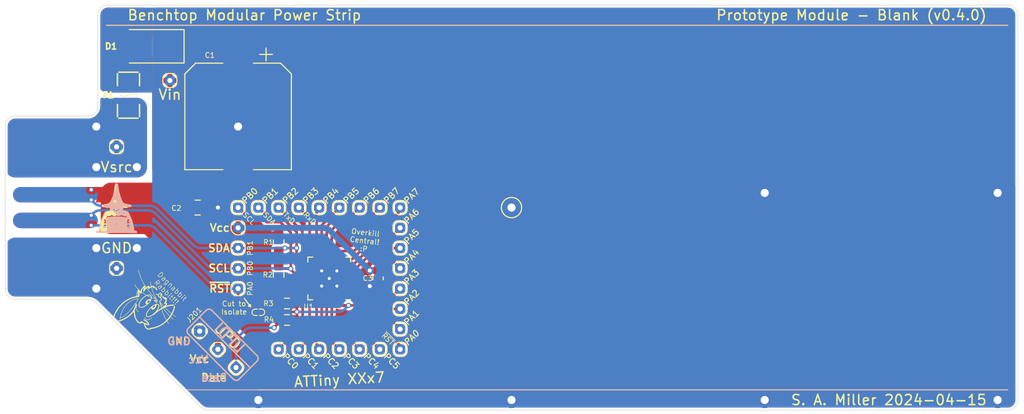
<source format=kicad_pcb>
(kicad_pcb (version 20211014) (generator pcbnew)
  (title_block (title "Benchtop Modular Power Strip") (date "2024-04-15") (rev "0.4.0") (company "S. A. Miller") (comment 1 "Prototype Module") (comment 2 "Blank"))
  (layers (0 "F.Cu" signal) (31 "B.Cu" signal) (34 "B.Paste" user) (35 "F.Paste" user) (36 "B.SilkS" user "B.Silkscreen") (37 "F.SilkS" user "F.Silkscreen") (38 "B.Mask" user) (39 "F.Mask" user) (44 "Edge.Cuts" user))
  (net 0 "")
  (net 1 "GND")
  (net 2 "~{RESET}")
  (net 3 "Dat0")
  (net 4 "PA4")
  (net 5 "PA5")
  (net 6 "PA6")
  (net 7 "PA7")
  (net 8 "PB2")
  (net 9 "PB3")
  (net 10 "PA1")
  (net 11 "PA2")
  (net 12 "PA3")
  (net 13 "PB0")
  (net 14 "PB1")
  (net 15 "PB4")
  (net 16 "PB5")
  (net 17 "PB6")
  (net 18 "PB7")
  (net 19 "PC2")
  (net 20 "PC3")
  (net 21 "PC4")
  (net 22 "PC5")
  (net 23 "Vsrc")
  (net 24 "Vin")
  (net 25 "/Source Power Rail/Vprot")
  (net 26 "PA0")
  (net 27 "I2C-Vcc")
  (net 28 "PC0")
  (net 29 "PC1")
  (footprint "tinker:TestPoint_THTPad_D1.0mm_Drill0.5mm" (layer "F.Cu") (at 79 114)
    (fp_text reference "PC1" (at 0.5 0.5 -45 unlocked) (layer "F.SilkS") (effects (font (size 0.6 0.6) (thickness 0.1)) (justify left)))
    (fp_text value "CtrlC" hide)
    (pad "1" thru_hole roundrect (at 0 0) (size 1 1) (drill 0.5) (layers *.Cu *.Mask) (roundrect_rratio 0.33) (net 29 "PC1"))
  )
  (footprint "Capacitor_SMD:C_0805_2012Metric" (layer "F.Cu") (at 69 100)
    (fp_text reference "C2" (at -2.0936 0.0568) (layer "F.SilkS") (effects (font (size 0.5 0.5) (thickness 0.075))))
    (fp_text value "4.7uF")
    (pad "1" smd roundrect (at -0.95 0) (size 1 1.45) (layers "F.Cu" "F.Paste" "F.Mask") (net 27 "I2C-Vcc"))
    (pad "2" smd roundrect (at 0.95 0) (size 1 1.45) (layers "F.Cu" "F.Paste" "F.Mask") (net 1 "GND"))
  )
  (footprint "Resistor_SMD:R_0603_1608Metric" (layer "F.Cu") (at 77.825 109.474)
    (fp_text reference "R3" (at -1.8288 0) (layer "F.SilkS") (effects (font (size 0.5 0.5) (thickness 0.075))))
    (fp_text value "10k")
    (pad "1" smd roundrect (at -0.825 0) (size 0.8 0.95) (layers "F.Cu" "F.Paste" "F.Mask") (net 27 "I2C-Vcc"))
    (pad "2" smd roundrect (at 0.825 0) (size 0.8 0.95) (layers "F.Cu" "F.Paste" "F.Mask") (net 26 "PA0"))
  )
  (footprint "tinker:TestPoint_THTPad_D1.0mm_Drill0.5mm" (layer "F.Cu") (at 73 108)
    (fp_text reference "TP3" hide)
    (fp_text value "Dat0" hide)
    (pad "1" thru_hole roundrect (at 0 0) (size 1 1) (drill 0.5) (layers *.Cu *.Mask) (roundrect_rratio 0.33) (net 3 "Dat0"))
  )
  (footprint "tinker:TestPoint_THTPad_D1.0mm_Drill0.5mm" (layer "F.Cu") (at 61 94)
    (fp_text reference "TP1" hide)
    (fp_text value "Vsrc" hide)
    (pad "1" thru_hole roundrect (at 0 0) (size 1 1) (drill 0.5) (layers *.Cu *.Mask) (roundrect_rratio 0.33) (net 23 "Vsrc"))
  )
  (footprint "tinker:TestPoint_THTPad_D1.0mm_Drill0.5mm" (layer "F.Cu") (at 85 114 90)
    (fp_text reference "PC4" (at -0.5 0.5 -45 unlocked) (layer "F.SilkS") (effects (font (size 0.6 0.6) (thickness 0.1)) (justify left)))
    (fp_text value "CtrlC" hide)
    (pad "1" thru_hole roundrect (at 0 0 90) (size 1 1) (drill 0.5) (layers *.Cu *.Mask) (roundrect_rratio 0.33) (net 21 "PC4"))
  )
  (footprint "Capacitor_SMD:C_0603_1608Metric" (layer "F.Cu") (at 86.8172 106.9848 -90)
    (fp_text reference "C3" (at 0 1.016 180) (layer "F.SilkS") (effects (font (size 0.5 0.5) (thickness 0.075))))
    (fp_text value "100nF")
    (pad "1" smd roundrect (at -0.775 0 270) (size 0.9 0.95) (layers "F.Cu" "F.Paste" "F.Mask") (net 27 "I2C-Vcc"))
    (pad "2" smd roundrect (at 0.775 0 270) (size 0.9 0.95) (layers "F.Cu" "F.Paste" "F.Mask") (net 1 "GND"))
  )
  (footprint "tinker:TestPoint_THTPad_D1.0mm_Drill0.5mm" (layer "F.Cu") (at 81 100 90)
    (fp_text reference "PB4" (at 0.5 0.5 45) (layer "F.SilkS") (effects (font (size 0.6 0.6) (thickness 0.1)) (justify left)))
    (fp_text value "CtrlB" hide)
    (pad "1" thru_hole roundrect (at 0 0 90) (size 1 1) (drill 0.5) (layers *.Cu *.Mask) (roundrect_rratio 0.33) (net 15 "PB4"))
  )
  (footprint "tinker:F1206" (layer "F.Cu") (at 62.176 88.9 90)
    (fp_text reference "F1" (at 0 -2 180) (layer "F.SilkS") (effects (font (size 0.6 0.6))))
    (fp_text value "Polyfuse" hide)
    (pad "1" smd rect (at -1.45 0 90) (size 1.19 1.73) (layers "F.Cu" "F.Paste" "F.Mask") (net 23 "Vsrc"))
    (pad "2" smd rect (at 1.45 0 90) (size 1.19 1.73) (layers "F.Cu" "F.Paste" "F.Mask") (net 25 "/Source Power Rail/Vprot"))
  )
  (footprint "Resistor_SMD:R_0603_1608Metric" (layer "F.Cu") (at 77 103.4288 -90)
    (fp_text reference "R1" (at 0 1.016) (layer "F.SilkS") (effects (font (size 0.5 0.5) (thickness 0.075))))
    (fp_text value "10k")
    (pad "1" smd roundrect (at -0.825 0 270) (size 0.8 0.95) (layers "F.Cu" "F.Paste" "F.Mask") (net 27 "I2C-Vcc"))
    (pad "2" smd roundrect (at 0.825 0 270) (size 0.8 0.95) (layers "F.Cu" "F.Paste" "F.Mask") (net 14 "PB1"))
  )
  (footprint "tinker:TestPoint_THTPad_D1.0mm_Drill0.5mm" (layer "F.Cu") (at 89 110 180)
    (fp_text reference "PA2" (at -0.5 0.5 45 unlocked) (layer "F.SilkS") (effects (font (size 0.6 0.6) (thickness 0.1)) (justify left)))
    (fp_text value "CtrlA" hide)
    (pad "1" thru_hole roundrect (at 0 0 180) (size 1 1) (drill 0.5) (layers *.Cu *.Mask) (roundrect_rratio 0.33) (net 11 "PA2"))
  )
  (footprint "tinker:TestPoint_THTPad_D1.0mm_Drill0.5mm" (layer "F.Cu") (at 87 114 90)
    (fp_text reference "PC5" (at -0.5 0.5 -45 unlocked) (layer "F.SilkS") (effects (font (size 0.6 0.6) (thickness 0.1)) (justify left)))
    (fp_text value "CtrlC" hide)
    (pad "1" thru_hole roundrect (at 0 0 90) (size 1 1) (drill 0.5) (layers *.Cu *.Mask) (roundrect_rratio 0.33) (net 22 "PC5"))
  )
  (footprint "Resistor_SMD:R_0603_1608Metric" (layer "F.Cu") (at 77.825 111.0996 180)
    (fp_text reference "R4" (at 1.778 0.0508) (layer "F.SilkS") (effects (font (size 0.5 0.5) (thickness 0.075))))
    (fp_text value "330R")
    (pad "1" smd roundrect (at -0.825 0 180) (size 0.8 0.95) (layers "F.Cu" "F.Paste" "F.Mask") (net 26 "PA0"))
    (pad "2" smd roundrect (at 0.825 0 180) (size 0.8 0.95) (layers "F.Cu" "F.Paste" "F.Mask") (net 2 "~{RESET}"))
  )
  (footprint "tinker:TestPoint_THTPad_D1.0mm_Drill0.5mm" (layer "F.Cu") (at 89 106 180)
    (fp_text reference "PA4" (at -0.5 0.5 45 unlocked) (layer "F.SilkS") (effects (font (size 0.6 0.6) (thickness 0.1)) (justify left)))
    (fp_text value "CtrlA" hide)
    (pad "1" thru_hole roundrect (at 0 0 180) (size 1 1) (drill 0.5) (layers *.Cu *.Mask) (roundrect_rratio 0.33) (net 4 "PA4"))
  )
  (footprint "tinker:tinySJ-Bridged" (layer "F.Cu") (at 75 110.3376)
    (fp_text reference "JP201" hide)
    (fp_text value "Jumper_2_Bridged" hide)
    (fp_poly (pts (xy -0.407505 -0.119217) (xy 0.433517 -0.119216) (xy 0.433517 0.123553) (xy -0.407505 0.123552)) (layer "F.Cu") (width 0) (fill solid))
    (pad "1" smd rect (at -0.189 0) (size 0.25 0.5) (layers "F.Cu" "F.Mask") (net 3 "Dat0"))
    (pad "1" smd circle (at -0.314 0) (size 0.5 0.5) (layers "F.Cu" "F.Mask") (net 3 "Dat0"))
    (pad "2" smd circle (at 0.314 0) (size 0.5 0.5) (layers "F.Cu" "F.Mask") (net 26 "PA0"))
    (pad "2" smd rect (at 0.189 0) (size 0.25 0.5) (layers "F.Cu" "F.Mask") (net 26 "PA0"))
  )
  (footprint "tinker:TestPoint_THTPad_D1.0mm_Drill0.5mm" (layer "F.Cu") (at 75 100 90)
    (fp_text reference "PB1" (at 0.5 0.5 45) (layer "F.SilkS") (effects (font (size 0.6 0.6) (thickness 0.1)) (justify left)))
    (fp_text value "CtrlB" hide)
    (pad "1" thru_hole roundrect (at 0 0 90) (size 1 1) (drill 0.5) (layers *.Cu *.Mask) (roundrect_rratio 0.33) (net 14 "PB1"))
  )
  (footprint "tinker:TestPoint_THTPad_D1.0mm_Drill0.5mm" (layer "F.Cu") (at 81 114 90)
    (fp_text reference "PC2" (at -0.5 0.5 -45 unlocked) (layer "F.SilkS") (effects (font (size 0.6 0.6) (thickness 0.1)) (justify left)))
    (fp_text value "CtrlC" hide)
    (pad "1" thru_hole roundrect (at 0 0 90) (size 1 1) (drill 0.5) (layers *.Cu *.Mask) (roundrect_rratio 0.33) (net 19 "PC2"))
  )
  (footprint "tinker:TestPoint_THTPad_D1.0mm_Drill0.5mm" (layer "F.Cu") (at 89 100 180)
    (fp_text reference "PA7" (at -0.5 0.5 45 unlocked) (layer "F.SilkS") (effects (font (size 0.6 0.6) (thickness 0.1)) (justify left)))
    (fp_text value "CtrlA" hide)
    (pad "1" thru_hole roundrect (at 0 0 180) (size 1 1) (drill 0.5) (layers *.Cu *.Mask) (roundrect_rratio 0.33) (net 7 "PA7"))
  )
  (footprint "Package_DFN_QFN:QFN-24-1EP_4x4mm_P0.5mm_EP2.6x2.6mm" (layer "F.Cu") (at 82 107 180)
    (fp_text reference "U1" (at 2.0408 -2.7788) (layer "F.SilkS") (effects (font (size 0.5 0.5) (thickness 0.075))))
    (fp_text value "ATtiny1617")
    (pad "1" smd roundrect (at -1.9375 -1.25 180) (size 0.825 0.25) (layers "F.Cu" "F.Paste" "F.Mask") (net 11 "PA2"))
    (pad "2" smd roundrect (at -1.9375 -0.75 180) (size 0.825 0.25) (layers "F.Cu" "F.Paste" "F.Mask") (net 12 "PA3"))
    (pad "3" smd roundrect (at -1.9375 -0.25 180) (size 0.825 0.25) (layers "F.Cu" "F.Paste" "F.Mask") (net 1 "GND"))
    (pad "4" smd roundrect (at -1.9375 0.25 180) (size 0.825 0.25) (layers "F.Cu" "F.Paste" "F.Mask") (net 27 "I2C-Vcc"))
    (pad "5" smd roundrect (at -1.9375 0.75 180) (size 0.825 0.25) (layers "F.Cu" "F.Paste" "F.Mask") (net 4 "PA4"))
    (pad "6" smd roundrect (at -1.9375 1.25 180) (size 0.825 0.25) (layers "F.Cu" "F.Paste" "F.Mask") (net 5 "PA5"))
    (pad "7" smd roundrect (at -1.25 1.9375 180) (size 0.25 0.825) (layers "F.Cu" "F.Paste" "F.Mask") (net 6 "PA6"))
    (pad "8" smd roundrect (at -0.75 1.9375 180) (size 0.25 0.825) (layers "F.Cu" "F.Paste" "F.Mask") (net 7 "PA7"))
    (pad "9" smd roundrect (at -0.25 1.9375 180) (size 0.25 0.825) (layers "F.Cu" "F.Paste" "F.Mask") (net 18 "PB7"))
    (pad "10" smd roundrect (at 0.25 1.9375 180) (size 0.25 0.825) (layers "F.Cu" "F.Paste" "F.Mask") (net 17 "PB6"))
    (pad "11" smd roundrect (at 0.75 1.9375 180) (size 0.25 0.825) (layers "F.Cu" "F.Paste" "F.Mask") (net 16 "PB5"))
    (pad "12" smd roundrect (at 1.25 1.9375 180) (size 0.25 0.825) (layers "F.Cu" "F.Paste" "F.Mask") (net 15 "PB4"))
    (pad "13" smd roundrect (at 1.9375 1.25 180) (size 0.825 0.25) (layers "F.Cu" "F.Paste" "F.Mask") (net 9 "PB3"))
    (pad "14" smd roundrect (at 1.9375 0.75 180) (size 0.825 0.25) (layers "F.Cu" "F.Paste" "F.Mask") (net 8 "PB2"))
    (pad "15" smd roundrect (at 1.9375 0.25 180) (size 0.825 0.25) (layers "F.Cu" "F.Paste" "F.Mask") (net 14 "PB1"))
    (pad "16" smd roundrect (at 1.9375 -0.25 180) (size 0.825 0.25) (layers "F.Cu" "F.Paste" "F.Mask") (net 13 "PB0"))
    (pad "17" smd roundrect (at 1.9375 -0.75 180) (size 0.825 0.25) (layers "F.Cu" "F.Paste" "F.Mask") (net 28 "PC0"))
    (pad "18" smd roundrect (at 1.9375 -1.25 180) (size 0.825 0.25) (layers "F.Cu" "F.Paste" "F.Mask") (net 29 "PC1"))
    (pad "19" smd roundrect (at 1.25 -1.9375 180) (size 0.25 0.825) (layers "F.Cu" "F.Paste" "F.Mask") (net 19 "PC2"))
    (pad "20" smd roundrect (at 0.75 -1.9375 180) (size 0.25 0.825) (layers "F.Cu" "F.Paste" "F.Mask") (net 20 "PC3"))
    (pad "21" smd roundrect (at 0.25 -1.9375 180) (size 0.25 0.825) (layers "F.Cu" "F.Paste" "F.Mask") (net 21 "PC4"))
    (pad "22" smd roundrect (at -0.25 -1.9375 180) (size 0.25 0.825) (layers "F.Cu" "F.Paste" "F.Mask") (net 22 "PC5"))
    (pad "23" smd roundrect (at -0.75 -1.9375 180) (size 0.25 0.825) (layers "F.Cu" "F.Paste" "F.Mask") (net 26 "PA0"))
    (pad "24" smd roundrect (at -1.25 -1.9375 180) (size 0.25 0.825) (layers "F.Cu" "F.Paste" "F.Mask") (net 10 "PA1"))
    (pad "25" smd rect (at 0 0 180) (size 2.6 2.6) (layers "F.Cu" "F.Mask") (net 1 "GND"))
  )
  (footprint "tinker:NerdMage" (layer "F.Cu") (at 61 100)
    (fp_text reference "G***" hide)
    (fp_text value "LOGO" hide)
  )
  (footprint "Capacitor_SMD:CP_Elec_10x10" (layer "F.Cu") (at 73 91 -90)
    (fp_text reference "C1" (at -6.0452 2.794 180) (layer "F.SilkS") (effects (font (size 0.5 0.5) (thickness 0.075))))
    (fp_text value "220uF")
    (pad "1" smd roundrect (at -4 0 270) (size 4 2.5) (layers "F.Cu" "F.Paste" "F.Mask") (roundrect_rratio 0.1) (net 24 "Vin"))
    (pad "2" smd roundrect (at 4 0 270) (size 4 2.5) (layers "F.Cu" "F.Paste" "F.Mask") (roundrect_rratio 0.1) (net 1 "GND"))
  )
  (footprint "tinker:TestPoint_THTPad_D1.0mm_Drill0.5mm" (layer "F.Cu") (at 77 114)
    (fp_text reference "PC0" (at 0.5 0.5 -45 unlocked) (layer "F.SilkS") (effects (font (size 0.6 0.6) (thickness 0.1)) (justify left)))
    (fp_text value "CtrlC" hide)
    (pad "1" thru_hole roundrect (at 0 0) (size 1 1) (drill 0.5) (layers *.Cu *.Mask) (roundrect_rratio 0.33) (net 28 "PC0"))
  )
  (footprint "tinker:TestPoint_THTPad_D1.0mm_Drill0.5mm" (layer "F.Cu") (at 66.262 87.45)
    (fp_text reference "TP2" hide)
    (fp_text value "Vin" hide)
    (pad "1" thru_hole roundrect (at 0 0) (size 1 1) (drill 0.5) (layers *.Cu *.Mask) (roundrect_rratio 0.33) (net 24 "Vin"))
  )
  (footprint "tinker:TestPoint_THTPad_D1.0mm_Drill0.5mm" (layer "F.Cu") (at 83 100 90)
    (fp_text reference "PB5" (at 0.5 0.5 45) (layer "F.SilkS") (effects (font (size 0.6 0.6) (thickness 0.1)) (justify left)))
    (fp_text value "CtrlB" hide)
    (pad "1" thru_hole roundrect (at 0 0 90) (size 1 1) (drill 0.5) (layers *.Cu *.Mask) (roundrect_rratio 0.33) (net 16 "PB5"))
  )
  (footprint "tinker:TestPoint_THTPad_D1.0mm_Drill0.5mm" (layer "F.Cu") (at 61 106)
    (fp_text reference "TP7" hide)
    (fp_text value "GND" hide)
    (pad "1" thru_hole roundrect (at 0 0) (size 1 1) (drill 0.5) (layers *.Cu *.Mask) (roundrect_rratio 0.33) (net 1 "GND"))
  )
  (footprint "tinker:DagNabbit" (layer "F.Cu") (at 64.1016 109.72 135)
    (fp_text reference "REF**" hide)
    (fp_text value "DagNabbit" hide)
    (fp_text user "Dagnabbit\nRabbit!!!" (at -0.331667 2.64 -45 unlocked) (layer "F.SilkS") (effects (font (size 0.5 0.5) (thickness 0.05))))
  )
  (footprint "tinker:TestPoint_THTPad_D1.0mm_Drill0.5mm" (layer "F.Cu") (at 89 102 180)
    (fp_text reference "PA6" (at -0.5 0.5 45 unlocked) (layer "F.SilkS") (effects (font (size 0.6 0.6) (thickness 0.1)) (justify left)))
    (fp_text value "CtrlA" hide)
    (pad "1" thru_hole roundrect (at 0 0 180) (size 1 1) (drill 0.5) (layers *.Cu *.Mask) (roundrect_rratio 0.33) (net 6 "PA6"))
  )
  (footprint "tinker:TestPoint_THTPad_D1.0mm_Drill0.5mm" (layer "F.Cu") (at 89 112 180)
    (fp_text reference "PA1" (at -0.5 0.5 45 unlocked) (layer "F.SilkS") (effects (font (size 0.6 0.6) (thickness 0.1)) (justify left)))
    (fp_text value "CtrlA" hide)
    (pad "1" thru_hole roundrect (at 0 0 180) (size 1 1) (drill 0.5) (layers *.Cu *.Mask) (roundrect_rratio 0.33) (net 10 "PA1"))
  )
  (footprint "tinker:TestPoint_THTPad_D1.0mm_Drill0.5mm" (layer "F.Cu") (at 77 100 90)
    (fp_text reference "PB2" (at 0.5 0.5 45) (layer "F.SilkS") (effects (font (size 0.6 0.6) (thickness 0.1)) (justify left)))
    (fp_text value "CtrlB" hide)
    (pad "1" thru_hole roundrect (at 0 0 90) (size 1 1) (drill 0.5) (layers *.Cu *.Mask) (roundrect_rratio 0.33) (net 8 "PB2"))
  )
  (footprint "tinker:TestPoint_THTPad_D1.0mm_Drill0.5mm" (layer "F.Cu") (at 73 106)
    (fp_text reference "TP6" hide)
    (fp_text value "Dat3" hide)
    (pad "1" thru_hole roundrect (at 0 0) (size 1 1) (drill 0.5) (layers *.Cu *.Mask) (roundrect_rratio 0.33) (net 13 "PB0"))
  )
  (footprint "Resistor_SMD:R_0603_1608Metric" (layer "F.Cu") (at 77 106.6292 90)
    (fp_text reference "R2" (at 0 -1.0668 180) (layer "F.SilkS") (effects (font (size 0.5 0.5) (thickness 0.075))))
    (fp_text value "10k")
    (pad "1" smd roundrect (at -0.825 0 90) (size 0.8 0.95) (layers "F.Cu" "F.Paste" "F.Mask") (net 27 "I2C-Vcc"))
    (pad "2" smd roundrect (at 0.825 0 90) (size 0.8 0.95) (layers "F.Cu" "F.Paste" "F.Mask") (net 13 "PB0"))
  )
  (footprint "tinker:TestPoint_THTPad_D1.0mm_Drill0.5mm" (layer "F.Cu") (at 89 104 180)
    (fp_text reference "PA5" (at -0.5 0.5 45 unlocked) (layer "F.SilkS") (effects (font (size 0.6 0.6) (thickness 0.1)) (justify left)))
    (fp_text value "CtrlA" hide)
    (pad "1" thru_hole roundrect (at 0 0 180) (size 1 1) (drill 0.5) (layers *.Cu *.Mask) (roundrect_rratio 0.33) (net 5 "PA5"))
  )
  (footprint "tinker:TestPoint_THTPad_D1.0mm_Drill0.5mm" (layer "F.Cu") (at 87 100 90)
    (fp_text reference "PB7" (at 0.5 0.5 45) (layer "F.SilkS") (effects (font (size 0.6 0.6) (thickness 0.1)) (justify left)))
    (fp_text value "CtrlB" hide)
    (pad "1" thru_hole roundrect (at 0 0 90) (size 1 1) (drill 0.5) (layers *.Cu *.Mask) (roundrect_rratio 0.33) (net 18 "PB7"))
  )
  (footprint "tinker:TestPoint_THTPad_D1.0mm_Drill0.5mm" (layer "F.Cu") (at 73 100 90)
    (fp_text reference "PB0" (at 0.5 0.5 45) (layer "F.SilkS") (effects (font (size 0.6 0.6) (thickness 0.1)) (justify left)))
    (fp_text value "CtrlB" hide)
    (pad "1" thru_hole roundrect (at 0 0 90) (size 1 1) (drill 0.5) (layers *.Cu *.Mask) (roundrect_rratio 0.33) (net 13 "PB0"))
  )
  (footprint "Diode_SMD:D_SMA" (layer "F.Cu") (at 64.262 84.074 180)
    (fp_text reference "D1" (at 3.81 0) (layer "F.SilkS") (effects (font (size 0.6 0.6))))
    (fp_text value "D_Schottky")
    (pad "1" smd rect (at -2 0 180) (size 2.5 1.8) (layers "F.Cu" "F.Paste" "F.Mask") (net 24 "Vin"))
    (pad "2" smd rect (at 2 0 180) (size 2.5 1.8) (layers "F.Cu" "F.Paste" "F.Mask") (net 25 "/Source Power Rail/Vprot"))
  )
  (footprint "tinker:TestPoint_THTPad_D1.0mm_Drill0.5mm" (layer "F.Cu") (at 79 100 90)
    (fp_text reference "PB3" (at 0.5 0.5 45) (layer "F.SilkS") (effects (font (size 0.6 0.6) (thickness 0.1)) (justify left)))
    (fp_text value "CtrlB" hide)
    (pad "1" thru_hole roundrect (at 0 0 90) (size 1 1) (drill 0.5) (layers *.Cu *.Mask) (roundrect_rratio 0.33) (net 9 "PB3"))
  )
  (footprint "tinker:TestPoint_THTPad_D1.0mm_Drill0.5mm" (layer "F.Cu") (at 83 114 90)
    (fp_text reference "PC3" (at -0.5 0.5 -45 unlocked) (layer "F.SilkS") (effects (font (size 0.6 0.6) (thickness 0.1)) (justify left)))
    (fp_text value "CtrlC" hide)
    (pad "1" thru_hole roundrect (at 0 0 90) (size 1 1) (drill 0.5) (layers *.Cu *.Mask) (roundrect_rratio 0.33) (net 20 "PC3"))
  )
  (footprint "tinker:TestPoint_THTPad_D1.0mm_Drill0.5mm" (layer "F.Cu") (at 89 108 180)
    (fp_text reference "PA3" (at -0.5 0.5 45 unlocked) (layer "F.SilkS") (effects (font (size 0.6 0.6) (thickness 0.1)) (justify left)))
    (fp_text value "CtrlA" hide)
    (pad "1" thru_hole roundrect (at 0 0 180) (size 1 1) (drill 0.5) (layers *.Cu *.Mask) (roundrect_rratio 0.33) (net 12 "PA3"))
  )
  (footprint "tinker:UPDI_connection" (layer "F.Cu") (at 71 114 -45)
    (fp_text reference "J201" (at -4.070955 -0.750947 45 unlocked) (layer "F.SilkS") (effects (font (size 0.5 0.5) (thickness 0.075))))
    (fp_text value "UPDI Connection" hide)
    (fp_text user "Vcc" (at 0.074689 1.336733 unlocked) (layer "B.SilkS") (effects (font (size 0.75 0.75)) (justify left mirror)))
    (fp_text user "UPDI" (at 0 -1.6 -45 unlocked) (layer "B.SilkS") (effects (justify mirror)))
    (fp_text user "GND" (at -2.398579 1.27 unlocked) (layer "B.SilkS") (effects (font (size 0.75 0.75)) (justify left mirror)))
    (fp_text user "Data" (at 2.681422 1.27 unlocked) (layer "B.SilkS") (effects (font (size 0.75 0.75)) (justify left mirror)))
    (fp_text user "Data" (at 2.681422 1.27 unlocked) (layer "F.SilkS") (effects (font (size 0.75 0.75)) (justify right)))
    (fp_text user "GND" (at -2.398579 1.27 unlocked) (layer "F.SilkS") (effects (font (size 0.75 0.75)) (justify right)))
    (fp_text user "UPDI" (at 0 -1.6 -45 unlocked) (layer "F.SilkS"))
    (fp_text user "Vcc" (at 0.141421 1.2 unlocked) (layer "F.SilkS") (effects (font (size 0.75 0.75)) (justify right)))
    (pad "1" thru_hole roundrect (at -2.54 0 45) (size 1 1) (drill 0.5) (layers F&B.Cu *.Mask) (roundrect_rratio 0.33) (net 1 "GND"))
    (pad "2" thru_hole roundrect (at 0 0 45) (size 1 1) (drill 0.5) (layers *.Cu *.Mask) (roundrect_rratio 0.33) (net 27 "I2C-Vcc"))
    (pad "3" thru_hole roundrect (at 2.54 0 45) (size 1 1) (drill 0.5) (layers *.Cu *.Mask) (roundrect_rratio 0.33) (net 2 "~{RESET}"))
  )
  (footprint "tinker:TestPoint_THTPad_D1.0mm_Drill0.5mm" (layer "F.Cu") (at 89 114 180)
    (fp_text reference "PA0" (at -0.5 0.5 45 unlocked) (layer "F.SilkS") (effects (font (size 0.6 0.6) (thickness 0.1) italic) (justify left)))
    (fp_text value "CtrlA" hide)
    (pad "1" thru_hole roundrect (at 0 0 180) (size 1 1) (drill 0.5) (layers *.Cu *.Mask) (roundrect_rratio 0.33) (net 26 "PA0"))
  )
  (footprint "tinker:TestPoint_THTPad_D1.0mm_Drill0.5mm" (layer "F.Cu") (at 73 102)
    (fp_text reference "TP4" hide)
    (fp_text value "Dat1" hide)
    (pad "1" thru_hole roundrect (at 0 0) (size 1 1) (drill 0.5) (layers *.Cu *.Mask) (roundrect_rratio 0.33) (net 27 "I2C-Vcc"))
  )
  (footprint "tinker:TestPoint_THTPad_D1.0mm_Drill0.5mm" (layer "F.Cu") (at 73 104)
    (fp_text reference "TP5" hide)
    (fp_text value "Dat2" hide)
    (pad "1" thru_hole roundrect (at 0 0) (size 1 1) (drill 0.5) (layers *.Cu *.Mask) (roundrect_rratio 0.33) (net 14 "PB1"))
  )
  (footprint "tinker:TestPoint_THTPad_D1.0mm_Drill0.5mm" (layer "F.Cu") (at 85 100 90)
    (fp_text reference "PB6" (at 0.5 0.5 45) (layer "F.SilkS") (effects (font (size 0.6 0.6) (thickness 0.1)) (justify left)))
    (fp_text value "CtrlB" hide)
    (pad "1" thru_hole roundrect (at 0 0 90) (size 1 1) (drill 0.5) (layers *.Cu *.Mask) (roundrect_rratio 0.33) (net 17 "PB6"))
  )
  (footprint "tinker:NerdMage" (layer "B.Cu") (at 61 100 180)
    (fp_text reference "G***" hide)
    (fp_text value "LOGO" hide)
  )
  (gr_line (start 68 118) (end 149 118) (layer "B.SilkS") (width 0.1))
  (gr_line (start 60 82) (end 149 82) (layer "B.SilkS") (width 0.1))
  (gr_line (start 73.6108 108.966) (end 74.2204 109.7788) (layer "F.SilkS") (width 0.12))
  (gr_line (start 60 82) (end 149 82) (layer "F.SilkS") (width 0.1))
  (gr_line (start 75 118) (end 149 118) (layer "F.SilkS") (width 0.1))
  (gr_line (start 74.0172 109.728) (end 74.2204 109.7788) (layer "F.SilkS") (width 0.12))
  (gr_line (start 74.2204 109.7788) (end 74.2204 109.5756) (layer "F.SilkS") (width 0.12))
  (gr_circle (center 100 100) (end 101 100) (layer "F.SilkS") (width 0.12) (fill none))
  (gr_line (start 74.2204 109.5756) (end 74.0172 109.728) (layer "F.SilkS") (width 0.12))
  (gr_line (start 59.144 109.548) (end 69.144 119.548) (layer "Edge.Cuts") (width 0.05))
  (gr_arc (start 149 80) (mid 149.707107 80.292893) (end 150 81) (layer "Edge.Cuts") (width 0.05))
  (gr_arc (start 50 91.96) (mid 50.292893 91.252893) (end 51 90.96) (layer "Edge.Cuts") (width 0.05))
  (gr_line (start 50 108.04) (end 50 91.96) (layer "Edge.Cuts") (width 0.05))
  (gr_line (start 60.144 80) (end 149 80) (layer "Edge.Cuts") (width 0.05))
  (gr_arc (start 58.144 109.04) (mid 58.694524 109.194544) (end 59.144 109.548) (layer "Edge.Cuts") (width 0.05))
  (gr_line (start 59.144 81) (end 59.144 89.96) (layer "Edge.Cuts") (width 0.05))
  (gr_arc (start 59.144 81) (mid 59.436893 80.292893) (end 60.144 80) (layer "Edge.Cuts") (width 0.05))
  (gr_arc (start 150 119) (mid 149.707107 119.707107) (end 149 120) (layer "Edge.Cuts") (width 0.05))
  (gr_arc (start 70.144 120) (mid 69.594859 119.882718) (end 69.144 119.548) (layer "Edge.Cuts") (width 0.05))
  (gr_line (start 150 119) (end 150 81) (layer "Edge.Cuts") (width 0.05))
  (gr_line (start 51 90.96) (end 58.144 90.96) (layer "Edge.Cuts") (width 0.05))
  (gr_arc (start 51 109.04) (mid 50.292893 108.747107) (end 50 108.04) (layer "Edge.Cuts") (width 0.05))
  (gr_arc (start 59.144 89.96) (mid 58.851107 90.667107) (end 58.144 90.96) (layer "Edge.Cuts") (width 0.05))
  (gr_line (start 58.144 109.04) (end 51 109.04) (layer "Edge.Cuts") (width 0.05))
  (gr_line (start 149 120) (end 70.144 120) (layer "Edge.Cuts") (width 0.05))
  (gr_text "${TITLE}" (at 62 81) (layer "F.SilkS") (effects (font (size 1 1)) (justify left)))
  (gr_text "${COMMENT1} - ${COMMENT2} (v${REVISION})" (at 147 81) (layer "F.SilkS") (effects (font (size 1 1)) (justify right)))
  (gr_text "~{RST}" (at 72.3 108) (layer "F.SilkS") (effects (font (size 0.75 0.75)) (justify right)))
  (gr_text "Vin" (at 66.262 88.8492) (layer "F.SilkS") (effects (font (size 1 1))))
  (gr_text "Cut to\nIsolate" (at 72.6 109.9) (layer "F.SilkS") (effects (font (size 0.5 0.5) (thickness 0.075))))
  (gr_text "SCL" (at 72.2564 106) (layer "F.SilkS") (effects (font (size 0.75 0.75)) (justify right)))
  (gr_text "RxD" (at 79.55 100.55 315) (layer "F.SilkS") (effects (font (size 0.5 0.5) (thickness 0.075)) (justify left)))
  (gr_text "Vcc" (at 72.2564 102) (layer "F.SilkS") (effects (font (size 0.75 0.75)) (justify right)))
  (gr_text "TxD" (at 77.55 100.55 315) (layer "F.SilkS") (effects (font (size 0.5 0.5) (thickness 0.075)) (justify left)))
  (gr_text "PB1" (at 74.1868 104 90) (layer "F.SilkS") (effects (font (size 0.5 0.5) (thickness 0.075))))
  (gr_text "SDA" (at 72.2564 104) (layer "F.SilkS") (effects (font (size 0.75 0.75)) (justify right)))
  (gr_text "Overkill\nCentral!\n:P" (at 85.4964 103.2764 -6.282) (layer "F.SilkS") (effects (font (size 0.5 0.5) (thickness 0.075))))
  (gr_text "Vsrc" (at 61 96) (layer "F.SilkS") (effects (font (size 1 1))))
  (gr_text "ATTiny XXx7" (at 83 117 3.141) (layer "F.SilkS") (effects (font (size 1 1))))
  (gr_text "SCL" (at 73.55 100.55 315) (layer "F.SilkS") (effects (font (size 0.5 0.5) (thickness 0.075)) (justify left)))
  (gr_text "PA0" (at 74.1868 108 90) (layer "F.SilkS") (effects (font (size 0.5 0.5) (thickness 0.075))))
  (gr_text "${COMPANY} ${ISSUE_DATE}" (at 147 119) (layer "F.SilkS") (effects (font (size 1 1)) (justify right)))
  (gr_text "SDA" (at 75.55 100.55 315) (layer "F.SilkS") (effects (font (size 0.5 0.5) (thickness 0.075)) (justify left)))
  (gr_text "GND" (at 61 104) (layer "F.SilkS") (effects (font (size 1 1))))
  (gr_text "~{RST}" (at 88.3 113.5 -45) (layer "F.SilkS") (effects (font (size 0.5 0.5) (thickness 0.075)) (justify right)))
  (gr_text "PB0" (at 74.1868 106 90) (layer "F.SilkS") (effects (font (size 0.5 0.5) (thickness 0.075))))
  (segment (start 84.932549 107.613353) (end 84.715642 107.396446) (width 0.25) (layer "F.Cu") (net 1))
  (segment (start 86 107.7598) (end 85.286103 107.7598) (width 0.25) (layer "F.Cu") (net 1))
  (segment (start 71 100) (end 69.95 100) (width 0.5) (layer "F.Cu") (net 1))
  (segment (start 86.8172 107.7598) (end 86 107.7598) (width 0.5) (layer "F.Cu") (net 1))
  (segment (start 82.25 107.25) (end 82 107) (width 0.25) (layer "F.Cu") (net 1))
  (segment (start 83.9375 107.25) (end 82.25 107.25) (width 0.25) (layer "F.Cu") (net 1))
  (segment (start 73 95) (end 73 92) (width 0.5) (layer "F.Cu") (net 1))
  (segment (start 84.362089 107.25) (end 83.9375 107.25) (width 0.25) (layer "F.Cu") (net 1))
  (via (at 82.75 107.75) (size 0.5) (drill 0.3) (layers "F.Cu" "B.Cu") (net 1))
  (via (at 75 119) (size 1.6) (drill 0.8) (layers "F.Cu" "B.Cu") (net 1))
  (via (at 86 107.7598) (size 0.8) (drill 0.4) (layers "F.Cu" "B.Cu") (net 1))
  (via (at 82 107) (size 0.5) (drill 0.3) (layers "F.Cu" "B.Cu") (net 1))
  (via (at 63 104) (size 1.6) (drill 0.8) (layers "F.Cu" "B.Cu") (net 1))
  (via (at 148 119) (size 1.6) (drill 0.8) (layers "F.Cu" "B.Cu") (net 1))
  (via (at 82.75 106.25) (size 0.5) (drill 0.3) (layers "F.Cu" "B.Cu") (net 1))
  (via (at 81.25 107.75) (size 0.5) (drill 0.3) (layers "F.Cu" "B.Cu") (net 1))
  (via (at 148 98.552) (size 1.6) (drill 0.8) (layers "F.Cu" "B.Cu") (net 1))
  (via (at 71 100) (size 0.8) (drill 0.4) (layers "F.Cu" "B.Cu") (net 1))
  (via (at 125 98.552) (size 1.6) (drill 0.8) (layers "F.Cu" "B.Cu") (net 1))
  (via (at 100 119) (size 1.6) (drill 0.8) (layers "F.Cu" "B.Cu") (net 1))
  (via (at 59 104) (size 1.6) (drill 0.8) (layers "F.Cu" "B.Cu") (net 1))
  (via (at 59 108) (size 1.6) (drill 0.8) (layers "F.Cu" "B.Cu") (net 1))
  (via (at 73 92) (size 1.6) (drill 0.8) (layers "F.Cu" "B.Cu") (net 1))
  (via (at 81.25 106.25) (size 0.5) (drill 0.3) (layers "F.Cu" "B.Cu") (net 1))
  (via (at 100 100) (size 1.6) (drill 0.8) (layers "F.Cu" "B.Cu") (net 1))
  (via (at 125 119) (size 1.6) (drill 0.8) (layers "F.Cu" "B.Cu") (net 1))
  (arc (start 84.932549 107.613353) (mid 85.094761 107.72174) (end 85.286103 107.7598) (width 0.25) (layer "F.Cu") (net 1))
  (arc (start 84.715642 107.396446) (mid 84.55343 107.28806) (end 84.362089 107.25) (width 0.25) (layer "F.Cu") (net 1))
  (segment (start 76.555 111.8616) (end 77 111.4166) (width 0.25) (layer "F.Cu") (net 2))
  (segment (start 77 111.4166) (end 77 111.0996) (width 0.25) (layer "F.Cu") (net 2))
  (via (at 76.555 111.8616) (size 0.5) (drill 0.3) (layers "F.Cu" "B.Cu") (net 2))
  (segment (start 76.555 111.8616) (end 76.553073 111.863527) (width 0.25) (layer "B.Cu") (net 2))
  (segment (start 73.621107 112.154493) (end 73.088944 112.686656) (width 0.25) (layer "B.Cu") (net 2))
  (segment (start 76.553073 111.863527) (end 74.229912 111.863527) (width 0.25) (layer "B.Cu") (net 2))
  (segment (start 72.796051 113.393763) (end 72.796051 115.796051) (width 0.25) (layer "B.Cu") (net 2))
  (arc (start 74.229912 111.863527) (mid 73.90066 111.957614) (end 73.621107 112.154493) (width 0.25) (layer "B.Cu") (net 2))
  (arc (start 73.088944 112.686656) (mid 72.872171 113.01108) (end 72.796051 113.393763) (width 0.25) (layer "B.Cu") (net 2))
  (segment (start 73.462753 110.191153) (end 73.146446 109.874846) (width 0.25) (layer "F.Cu") (net 3))
  (segment (start 73 109.521293) (end 73 108) (width 0.25) (layer "F.Cu") (net 3))
  (segment (start 73.816307 110.3376) (end 74.4892 110.3376) (width 0.25) (layer "F.Cu") (net 3))
  (via (at 58.5 101.76) (size 0.5) (drill 0.3) (layers "F.Cu" "B.Cu") (net 3))
  (arc (start 73 109.521293) (mid 73.03806 109.712634) (end 73.146446 109.874846) (width 0.25) (layer "F.Cu") (net 3))
  (arc (start 73.816307 110.3376) (mid 73.624965 110.29954) (end 73.462753 110.191153) (width 0.25) (layer "F.Cu") (net 3))
  (segment (start 70.470707 107.707107) (end 64.816493 102.052893) (width 0.25) (layer "B.Cu") (net 3))
  (segment (start 64.109386 101.76) (end 58.5 101.76) (width 0.25) (layer "B.Cu") (net 3))
  (segment (start 73 108) (end 71.177814 108) (width 0.25) (layer "B.Cu") (net 3))
  (arc (start 64.109386 101.76) (mid 64.492069 101.83612) (end 64.816493 102.052893) (width 0.25) (layer "B.Cu") (net 3))
  (arc (start 71.177814 108) (mid 70.795131 107.92388) (end 70.470707 107.707107) (width 0.25) (layer "B.Cu") (net 3))
  (segment (start 86.198008 104.45) (end 86.7612 104.45) (width 0.25) (layer "F.Cu") (net 4))
  (segment (start 83.9375 106.25) (end 84.398008 106.25) (width 0.25) (layer "F.Cu") (net 4))
  (segment (start 84.398008 106.25) (end 86.198008 104.45) (width 0.25) (layer "F.Cu") (net 4))
  (segment (start 87.45 104.45) (end 86.7612 104.45) (width 0.25) (layer "F.Cu") (net 4))
  (segment (start 89 106) (end 87.45 104.45) (width 0.25) (layer "F.Cu") (net 4))
  (segment (start 84.261612 105.75) (end 86.011612 104) (width 0.25) (layer "F.Cu") (net 5))
  (segment (start 86.3984 104) (end 89 104) (width 0.25) (layer "F.Cu") (net 5))
  (segment (start 86.011612 104) (end 86.3984 104) (width 0.25) (layer "F.Cu") (net 5))
  (segment (start 83.9375 105.75) (end 84.261612 105.75) (width 0.25) (layer "F.Cu") (net 5))
  (segment (start 84.312716 105.0625) (end 85.825216 103.55) (width 0.25) (layer "F.Cu") (net 6))
  (segment (start 85.825216 103.55) (end 86.2896 103.55) (width 0.25) (layer "F.Cu") (net 6))
  (segment (start 83.25 105.0625) (end 84.312716 105.0625) (width 0.25) (layer "F.Cu") (net 6))
  (segment (start 89 102) (end 87.45 103.55) (width 0.25) (layer "F.Cu") (net 6))
  (segment (start 87.45 103.55) (end 86.2896 103.55) (width 0.25) (layer "F.Cu") (net 6))
  (segment (start 82.75 104.601992) (end 83.059592 104.2924) (width 0.25) (layer "F.Cu") (net 7))
  (segment (start 84.44642 104.2924) (end 85.63882 103.1) (width 0.25) (layer "F.Cu") (net 7))
  (segment (start 87.9856 101.346) (end 89 100.3316) (width 0.25) (layer "F.Cu") (net 7))
  (segment (start 87.263604 103.1) (end 87.9856 102.378004) (width 0.25) (layer "F.Cu") (net 7))
  (segment (start 85.63882 103.1) (end 87.263604 103.1) (width 0.25) (layer "F.Cu") (net 7))
  (segment (start 89 100.3316) (end 89 100) (width 0.25) (layer "F.Cu") (net 7))
  (segment (start 83.059592 104.2924) (end 84.44642 104.2924) (width 0.25) (layer "F.Cu") (net 7))
  (segment (start 87.9856 102.378004) (end 87.9856 101.346) (width 0.25) (layer "F.Cu") (net 7))
  (segment (start 82.75 105.0625) (end 82.75 104.601992) (width 0.25) (layer "F.Cu") (net 7))
  (segment (start 79.325 105.973008) (end 79.601992 106.25) (width 0.25) (layer "F.Cu") (net 8))
  (segment (start 79.3496 105.3592) (end 79.325 105.3838) (width 0.25) (layer "F.Cu") (net 8))
  (segment (start 79.325 105.3838) (end 79.325 105.973008) (width 0.25) (layer "F.Cu") (net 8))
  (segment (start 79.601992 106.25) (end 80.0625 106.25) (width 0.25) (layer "F.Cu") (net 8))
  (segment (start 77 100) (end 79.3496 102.3496) (width 0.25) (layer "F.Cu") (net 8))
  (segment (start 79.3496 102.3496) (end 79.3496 105.3592) (width 0.25) (layer "F.Cu") (net 8))
  (segment (start 80.0625 101.062499) (end 79 99.999999) (width 0.25) (layer "F.Cu") (net 9))
  (segment (start 80.0625 105.75) (end 80.0625 101.062499) (width 0.25) (layer "F.Cu") (net 9))
  (segment (start 87.45 110.45) (end 86.9804 110.45) (width 0.25) (layer "F.Cu") (net 10))
  (segment (start 85.860008 110.45) (end 86.9804 110.45) (width 0.25) (layer "F.Cu") (net 10))
  (segment (start 89 112) (end 87.45 110.45) (width 0.25) (layer "F.Cu") (net 10))
  (segment (start 83.25 108.9375) (end 84.347508 108.9375) (width 0.25) (layer "F.Cu") (net 10))
  (segment (start 84.347508 108.9375) (end 85.860008 110.45) (width 0.25) (layer "F.Cu") (net 10))
  (segment (start 86.046404 110) (end 86.886 110) (width 0.25) (layer "F.Cu") (net 11))
  (segment (start 89 110) (end 86.886 110) (width 0.25) (layer "F.Cu") (net 11))
  (segment (start 84.296404 108.25) (end 86.046404 110) (width 0.25) (layer "F.Cu") (net 11))
  (segment (start 83.9375 108.25) (end 84.296404 108.25) (width 0.25) (layer "F.Cu") (net 11))
  (segment (start 87.526 109.474) (end 86.1568 109.474) (width 0.25) (layer "F.Cu") (net 12))
  (segment (start 83.9375 107.75) (end 84.4328 107.75) (width 0.25) (layer "F.Cu") (net 12))
  (segment (start 84.4328 107.75) (end 86.1568 109.474) (width 0.25) (layer "F.Cu") (net 12))
  (segment (start 89 108) (end 87.526 109.474) (width 0.25) (layer "F.Cu") (net 12))
  (segment (start 77.167608 101.4404) (end 78.2001 102.472892) (width 0.25) (layer "F.Cu") (net 13))
  (segment (start 73.8888 100.8888) (end 73 100) (width 0.25) (layer "F.Cu") (net 13))
  (segment (start 77.2343 106.0385) (end 77 105.8042) (width 0.25) (layer "F.Cu") (net 13))
  (segment (start 75.345202 100.981598) (end 75.804004 101.4404) (width 0.25) (layer "F.Cu") (net 13))
  (segment (start 73 100) (end 73.981598 100.981598) (width 0.25) (layer "F.Cu") (net 13))
  (segment (start 78.2001 102.472892) (end 78.2001 106.1209) (width 0.25) (layer "F.Cu") (net 13))
  (segment (start 78.2001 106.0385) (end 77.2343 106.0385) (width 0.25) (layer "F.Cu") (net 13))
  (segment (start 78.2001 106.1209) (end 79.3292 107.25) (width 0.25) (layer "F.Cu") (net 13))
  (segment (start 79.3292 107.25) (end 80.0625 107.25) (width 0.25) (layer "F.Cu") (net 13))
  (segment (start 75.804004 101.4404) (end 77.167608 101.4404) (width 0.25) (layer "F.Cu") (net 13))
  (segment (start 73.981598 100.981598) (end 75.345202 100.981598) (width 0.25) (layer "F.Cu") (net 13))
  (via (at 78.2001 106.0385) (size 0.5) (drill 0.3) (layers "F.Cu" "B.Cu") (net 13))
  (via (at 58.5 100.76) (size 0.5) (drill 0.3) (layers "F.Cu" "B.Cu") (net 13))
  (segment (start 69.967911 105.707107) (end 64.825697 100.564893) (width 0.25) (layer "B.Cu") (net 13))
  (segment (start 64.11859 100.272) (end 59.402214 100.272) (width 0.25) (layer "B.Cu") (net 13))
  (segment (start 73 106) (end 78.1616 106) (width 0.25) (layer "B.Cu") (net 13))
  (segment (start 58.695107 100.564893) (end 58.5 100.76) (width 0.25) (layer "B.Cu") (net 13))
  (segment (start 78.1616 106) (end 78.2001 106.0385) (width 0.25) (layer "B.Cu") (net 13))
  (segment (start 73 106) (end 70.675018 106) (width 0.25) (layer "B.Cu") (net 13))
  (arc (start 58.695107 100.564893) (mid 59.01953 100.34812) (end 59.402214 100.272) (width 0.25) (layer "B.Cu") (net 13))
  (arc (start 69.967911 105.707107) (mid 70.292334 105.92388) (end 70.675018 106) (width 0.25) (layer "B.Cu") (net 13))
  (arc (start 64.825697 100.564893) (mid 64.501274 100.34812) (end 64.11859 100.272) (width 0.25) (layer "B.Cu") (net 13))
  (segment (start 79.465596 106.75) (end 80.0625 106.75) (width 0.25) (layer "F.Cu") (net 14))
  (segment (start 78.7751 103.9876) (end 78.7751 102.411496) (width 0.25) (layer "F.Cu") (net 14))
  (segment (start 77.354004 100.9904) (end 75.9904 100.9904) (width 0.25) (layer "F.Cu") (net 14))
  (segment (start 77.6256 104) (end 77.2538 104) (width 0.25) (layer "F.Cu") (net 14))
  (segment (start 75.9904 100.9904) (end 74.999999 100) (width 0.25) (layer "F.Cu") (net 14))
  (segment (start 78.7751 106.059504) (end 79.465596 106.75) (width 0.25) (layer "F.Cu") (net 14))
  (segment (start 78.7751 102.411496) (end 77.354004 100.9904) (width 0.25) (layer "F.Cu") (net 14))
  (segment (start 78.7751 103.9876) (end 78.7751 106.059504) (width 0.25) (layer "F.Cu") (net 14))
  (segment (start 77.2538 104) (end 77 104.2538) (width 0.25) (layer "F.Cu") (net 14))
  (via (at 77.6256 104) (size 0.5) (drill 0.3) (layers "F.Cu" "B.Cu") (net 14))
  (via (at 58.5 99.24) (size 0.5) (drill 0.3) (layers "F.Cu" "B.Cu") (net 14))
  (via (at 78.7751 103.9876) (size 0.5) (drill 0.3) (layers "F.Cu" "B.Cu") (net 14))
  (segment (start 68.604307 103.707107) (end 65.012093 100.114893) (width 0.25) (layer "B.Cu") (net 14))
  (segment (start 73 104) (end 69.311414 104) (width 0.25) (layer "B.Cu") (net 14))
  (segment (start 78.7627 104) (end 78.7751 103.9876) (width 0.25) (layer "B.Cu") (net 14))
  (segment (start 64.304986 99.822) (end 59.496214 99.822) (width 0.25) (layer "B.Cu") (net 14))
  (segment (start 58.789107 99.529107) (end 58.5 99.24) (width 0.25) (layer "B.Cu") (net 14))
  (segment (start 77.5332 104) (end 78.7627 104) (width 0.25) (layer "B.Cu") (net 14))
  (segment (start 73 104) (end 77.5332 104) (width 0.25) (layer "B.Cu") (net 14))
  (arc (start 59.496214 99.822) (mid 59.113531 99.74588) (end 58.789107 99.529107) (width 0.25) (layer "B.Cu") (net 14))
  (arc (start 68.604307 103.707107) (mid 68.92873 103.92388) (end 69.311414 104) (width 0.25) (layer "B.Cu") (net 14))
  (arc (start 65.012093 100.114893) (mid 64.68767 99.89812) (end 64.304986 99.822) (width 0.25) (layer "B.Cu") (net 14))
  (segment (start 80.75 100.25) (end 81 100) (width 0.25) (layer "F.Cu") (net 15))
  (segment (start 80.75 105.0625) (end 80.75 100.25) (width 0.25) (layer "F.Cu") (net 15))
  (segment (start 81.25 105.0625) (end 81.25 101.75) (width 0.25) (layer "F.Cu") (net 16))
  (segment (start 82.5084 100.4916) (end 83.000001 100) (width 0.25) (layer "F.Cu") (net 16))
  (segment (start 81.25 101.75) (end 82.5084 100.4916) (width 0.25) (layer "F.Cu") (net 16))
  (segment (start 81.75 101.886396) (end 82.445598 101.190798) (width 0.25) (layer "F.Cu") (net 17))
  (segment (start 84.0096 100.9904) (end 85 100) (width 0.25) (layer "F.Cu") (net 17))
  (segment (start 82.445598 101.190798) (end 82.645996 100.9904) (width 0.25) (layer "F.Cu") (net 17))
  (segment (start 81.75 105.0625) (end 81.75 101.886396) (width 0.25) (layer "F.Cu") (net 17))
  (segment (start 82.645996 100.9904) (end 84.0096 100.9904) (width 0.25) (layer "F.Cu") (net 17))
  (segment (start 82.25 105.0625) (end 82.25 102.2048) (width 0.25) (layer "F.Cu") (net 18))
  (segment (start 83.0144 101.4404) (end 82.8548 101.6) (width 0.25) (layer "F.Cu") (net 18))
  (segment (start 86.0604 100.9396) (end 84.696796 100.9396) (width 0.25) (layer "F.Cu") (net 18))
  (segment (start 84.696796 100.9396) (end 84.195996 101.4404) (width 0.25) (layer "F.Cu") (net 18))
  (segment (start 84.195996 101.4404) (end 83.0144 101.4404) (width 0.25) (layer "F.Cu") (net 18))
  (segment (start 82.25 102.2048) (end 82.8548 101.6) (width 0.25) (layer "F.Cu") (net 18))
  (segment (start 87 100) (end 86.0604 100.9396) (width 0.25) (layer "F.Cu") (net 18))
  (segment (start 80.75 108.9375) (end 80.75 113.75) (width 0.25) (layer "F.Cu") (net 19))
  (segment (start 80.75 113.75) (end 81 114) (width 0.25) (layer "F.Cu") (net 19))
  (segment (start 82.163 113.163) (end 83 114) (width 0.25) (layer "F.Cu") (net 20))
  (segment (start 81.25 112.25) (end 82.163 113.163) (width 0.25) (layer "F.Cu") (net 20))
  (segment (start 81.25 108.9375) (end 81.25 112.25) (width 0.25) (layer "F.Cu") (net 20))
  (segment (start 82.717196 113.0808) (end 84.0808 113.0808) (width 0.25) (layer "F.Cu") (net 21))
  (segment (start 81.75 108.9375) (end 81.75 112.113604) (width 0.25) (layer "F.Cu") (net 21))
  (segment (start 82.404998 112.768602) (end 82.717196 113.0808) (width 0.25) (layer "F.Cu") (net 21))
  (segment (start 84.0808 113.0808) (end 85 114) (width 0.25) (layer "F.Cu") (net 21))
  (segment (start 81.75 112.113604) (end 82.404998 112.768602) (width 0.25) (layer "F.Cu") (net 21))
  (segment (start 82.25 108.9375) (end 82.25 111.977208) (width 0.25) (layer "F.Cu") (net 22))
  (segment (start 82.25 111.977208) (end 82.903592 112.6308) (width 0.25) (layer "F.Cu") (net 22))
  (segment (start 86.0808 113.0808) (end 87 114) (width 0.25) (layer "F.Cu") (net 22))
  (segment (start 84.717196 113.0808) (end 86.0808 113.0808) (width 0.25) (layer "F.Cu") (net 22))
  (segment (start 84.267196 112.6308) (end 84.717196 113.0808) (width 0.25) (layer "F.Cu") (net 22))
  (segment (start 82.903592 112.6308) (end 84.267196 112.6308) (width 0.25) (layer "F.Cu") (net 22))
  (via (at 59 92) (size 1.6) (drill 0.8) (layers "F.Cu" "B.Cu") (net 23))
  (via (at 63 96) (size 1.6) (drill 0.8) (layers "F.Cu" "B.Cu") (net 23))
  (via (at 59 96) (size 1.6) (drill 0.8) (layers "F.Cu" "B.Cu") (net 23))
  (segment (start 87.9856 112.6236) (end 89 113.638) (width 0.25) (layer "F.Cu") (net 26))
  (segment (start 78.8005 109.6245) (end 78.65 109.474) (width 0.25) (layer "F.Cu") (net 26))
  (segment (start 83.026992 109.675) (end 83.879408 109.675) (width 0.25) (layer "F.Cu") (net 26))
  (segment (start 82.75 108.9375) (end 82.75 109.398008) (width 0.25) (layer "F.Cu") (net 26))
  (segment (start 83.473008 109.675) (end 83.493004 109.655004) (width 0.25) (layer "F.Cu") (net 26))
  (segment (start 78.8005 110.9491) (end 78.65 111.0996) (width 0.25) (layer "F.Cu") (net 26))
  (segment (start 83.493004 109.655004) (end 84.428616 109.655004) (width 0.25) (layer "F.Cu") (net 26))
  (segment (start 85.720925 110.9) (end 86.8644 110.9) (width 0.25) (layer "F.Cu") (net 26))
  (segment (start 85.673612 110.9) (end 86.8644 110.9) (width 0.25) (layer "F.Cu") (net 26))
  (segment (start 83.026992 109.675) (end 83.473008 109.675) (width 0.25) (layer "F.Cu") (net 26))
  (segment (start 87.9856 111.621996) (end 87.9856 112.6236) (width 0.25) (layer "F.Cu") (net 26))
  (segment (start 78.8005 110.2996) (end 75.352 110.2996) (width 0.25) (layer "F.Cu") (net 26))
  (segment (start 82.75 109.398008) (end 83.026992 109.675) (width 0.25) (layer "F.Cu") (net 26))
  (segment (start 84.428616 109.655004) (end 85.673612 110.9) (width 0.25) (layer "F.Cu") (net 26))
  (segment (start 78.8005 110.2996) (end 78.8005 110.9491) (width 0.25) (layer "F.Cu") (net 26))
  (segment (start 83.879408 109.675) (end 83.899404 109.655004) (width 0.25) (layer "F.Cu") (net 26))
  (segment (start 75.352 110.2996) (end 75.314 110.3376) (width 0.25) (layer "F.Cu") (net 26))
  (segment (start 86.8644 110.9) (end 87.263604 110.9) (width 0.25) (layer "F.Cu") (net 26))
  (segment (start 87.263604 110.9) (end 87.9856 111.621996) (width 0.25) (layer "F.Cu") (net 26))
  (segment (start 78.8005 110.2996) (end 78.8005 109.6245) (width 0.25) (layer "F.Cu") (net 26))
  (segment (start 89 113.638) (end 89 114) (width 0.25) (layer "F.Cu") (net 26))
  (via (at 78.8005 110.2996) (size 0.5) (drill 0.3) (layers "F.Cu" "B.Cu") (net 26))
  (via (at 83.899404 109.655004) (size 0.5) (drill 0.3) (layers "F.Cu" "B.Cu") (net 26))
  (segment (start 83.401255 110.153153) (end 83.899404 109.655004) (width 0.25) (layer "B.Cu") (net 26))
  (segment (start 78.8005 110.2996) (end 83.047701 110.2996) (width 0.25) (layer "B.Cu") (net 26))
  (arc (start 83.047701 110.2996) (mid 83.239043 110.26154) (end 83.401255 110.153153) (width 0.25) (layer "B.Cu") (net 26))
  (segment (start 73 102) (end 71.292893 103.707107) (width 0.6) (layer "F.Cu") (net 27))
  (segment (start 86 106.2098) (end 86.8172 106.2098) (width 0.6) (layer "F.Cu") (net 27))
  (segment (start 84.327297 106.75) (end 83.9375 106.75) (width 0.25) (layer "F.Cu") (net 27))
  (segment (start 86 106.2098) (end 85.281711 106.2098) (width 0.25) (layer "F.Cu") (net 27))
  (segment (start 84.928157 106.356247) (end 84.68085 106.603554) (width 0.25) (layer "F.Cu") (net 27))
  (segment (start 71 104.414214) (end 71 114) (width 0.6) (layer "F.Cu") (net 27))
  (via (at 86 106.2098) (size 0.8) (drill 0.4) (layers "F.Cu" "B.Cu") (net 27))
  (via (at 58.5 98.24) (size 0.5) (drill 0.3) (layers "F.Cu" "B.Cu") (net 27))
  (arc (start 84.327297 106.75) (mid 84.518638 106.71194) (end 84.68085 106.603554) (width 0.25) (layer "F.Cu") (net 27))
  (arc (start 71.292893 103.707107) (mid 71.07612 104.03153) (end 71 104.414214) (width 0.6) (layer "F.Cu") (net 27))
  (arc (start 85.281711 106.2098) (mid 85.090369 106.24786) (end 84.928157 106.356247) (width 0.25) (layer "F.Cu") (net 27))
  (segment (start 82.083093 102.292893) (end 86 106.2098) (width 0.6) (layer "B.Cu") (net 27))
  (segment (start 73 102) (end 81.375986 102) (width 0.6) (layer "B.Cu") (net 27))
  (arc (start 81.375986 102) (mid 81.758669 102.07612) (end 82.083093 102.292893) (width 0.6) (layer "B.Cu") (net 27))
  (segment (start 79.601992 107.75) (end 79.325 108.026992) (width 0.25) (layer "F.Cu") (net 28))
  (segment (start 79.325 108.026992) (end 79.325 108.931538) (width 0.25) (layer "F.Cu") (net 28))
  (segment (start 80.0625 107.75) (end 79.601992 107.75) (width 0.25) (layer "F.Cu") (net 28))
  (segment (start 79.375 108.981538) (end 79.375 111.625) (width 0.25) (layer "F.Cu") (net 28))
  (segment (start 79.325 108.931538) (end 79.375 108.981538) (width 0.25) (layer "F.Cu") (net 28))
  (segment (start 79.375 111.625) (end 77 114) (width 0.25) (layer "F.Cu") (net 28))
  (segment (start 80.0625 108.25) (end 80.0625 112.9375) (width 0.25) (layer "F.Cu") (net 29))
  (segment (start 80.0625 112.9375) (end 79 114) (width 0.25) (layer "F.Cu") (net 29))
  (zone (net 23) (net_name "Vsrc") (layer "F.Cu") (connect_pads (clearance 0.254)) (min_thickness 0.254) (fill yes (thermal_gap 0.254) (thermal_bridge_width 0.508) (smoothing fillet) (radius 1))
    (polygon (pts (xy 64.003288 97.013505) (xy 49.487288 97.034755) (xy 49.561944 89.236756) (xy 63.978582 89.236756)))
  )
  (zone (net 27) (net_name "I2C-Vcc") (layer "F.Cu") (connect_pads (clearance 0.254)) (min_thickness 0.254) (fill yes (thermal_gap 0.254) (thermal_bridge_width 0.508) (smoothing fillet) (radius 1))
    (polygon (pts (xy 59.652 99.492) (xy 50.762 99.492) (xy 50.762 97.968) (xy 59.652 97.968)))
  )
  (zone (net 27) (net_name "I2C-Vcc") (layer "F.Cu") (connect_pads (clearance 0.254)) (min_thickness 0.2) (fill yes (thermal_gap 0.254) (thermal_bridge_width 0.508) (smoothing fillet) (radius 1))
    (polygon (pts (xy 91.186 116.0272) (xy 77.216 116.0272) (xy 63.754 102.616) (xy 59.436 102.616) (xy 59.436 97.536) (xy 91.186 97.536)))
  )
  (zone (net 25) (net_name "/Source Power Rail/Vprot") (layer "F.Cu") (connect_pads (clearance 0.254)) (min_thickness 0.254) (fill yes (thermal_gap 0.254) (thermal_bridge_width 0.508) (smoothing fillet) (radius 1))
    (polygon (pts (xy 64.008 88.646) (xy 49.53 88.646) (xy 49.53 79.502) (xy 64.008 79.502)))
  )
  (zone (net 3) (net_name "Dat0") (layer "F.Cu") (connect_pads (clearance 0.254)) (min_thickness 0.254) (fill yes (thermal_gap 0.254) (thermal_bridge_width 0.508) (smoothing fillet) (radius 1))
    (polygon (pts (xy 59.144 102.032) (xy 50.762 102.032) (xy 50.762 100.508) (xy 59.144 100.508)))
  )
  (zone (net 1) (net_name "GND") (layer "F.Cu") (connect_pads (clearance 0.254)) (min_thickness 0.254) (fill yes (thermal_gap 0.254) (thermal_bridge_width 0.508) (smoothing fillet) (radius 1))
    (polygon (pts (xy 150.622 116.332) (xy 91.5416 116.332) (xy 91.5416 97.4852) (xy 150.622 97.4852)))
  )
  (zone (net 24) (net_name "Vin") (layer "F.Cu") (connect_pads (clearance 0.254)) (min_thickness 0.254) (fill yes (thermal_gap 0.254) (thermal_bridge_width 0.508) (smoothing fillet) (radius 1))
    (polygon (pts (xy 78.8416 97.0788) (xy 64.516 97.0788) (xy 64.516 79.502) (xy 78.8416 79.502)))
  )
  (zone (net 1) (net_name "GND") (layer "F.Cu") (connect_pads (clearance 0.254)) (min_thickness 0.254) (fill yes (thermal_gap 0.254) (thermal_bridge_width 0.508) (smoothing fillet) (radius 1))
    (polygon (pts (xy 76.962 116.332) (xy 150.368 116.332) (xy 150.368 120.396) (xy 49.53 120.396) (xy 49.53 102.9716) (xy 63.5 102.9716)))
  )
  (zone (net 13) (net_name "PB0") (layer "B.Cu") (connect_pads (clearance 0.254)) (min_thickness 0.254) (fill yes (thermal_gap 0.254) (thermal_bridge_width 0.508) (smoothing fillet) (radius 1))
    (polygon (pts (xy 59.144 102.032) (xy 50.762 102.032) (xy 50.762 100.508) (xy 59.144 100.508)))
  )
  (zone (net 1) (net_name "GND") (layer "B.Cu") (connect_pads (clearance 0.254)) (min_thickness 0.254) (fill yes (thermal_gap 0.254) (thermal_bridge_width 0.508) (smoothing fillet) (radius 1))
    (polygon (pts (xy 150.622 120.396) (xy 49.53 120.396) (xy 49.53 102.9716) (xy 64.516 102.9716) (xy 64.516 79.502) (xy 150.622 79.502)))
  )
  (zone (net 14) (net_name "PB1") (layer "B.Cu") (connect_pads (clearance 0.254)) (min_thickness 0.254) (fill yes (thermal_gap 0.254) (thermal_bridge_width 0.508) (smoothing fillet) (radius 1))
    (polygon (pts (xy 59.144 99.492) (xy 50.762 99.492) (xy 50.762 97.968) (xy 59.144 97.968)))
  )
  (zone (net 1) (net_name "GND") (layer "B.Cu") (connect_pads (clearance 0.254)) (min_thickness 0.254) (fill yes (thermal_gap 0.254) (thermal_bridge_width 0.508) (smoothing fillet) (radius 1))
    (polygon (pts (xy 64.516 88.646) (xy 49.53 88.646) (xy 49.53 79.502) (xy 64.516 79.502)))
  )
  (zone (net 23) (net_name "Vsrc") (layer "B.Cu") (connect_pads (clearance 0.254)) (min_thickness 0.254) (fill yes (thermal_gap 0.254) (thermal_bridge_width 0.508) (smoothing fillet) (radius 1))
    (polygon (pts (xy 64.008 97.028) (xy 49.53 97.028) (xy 49.53 89.154) (xy 64.008 89.154)))
  )
)
</source>
